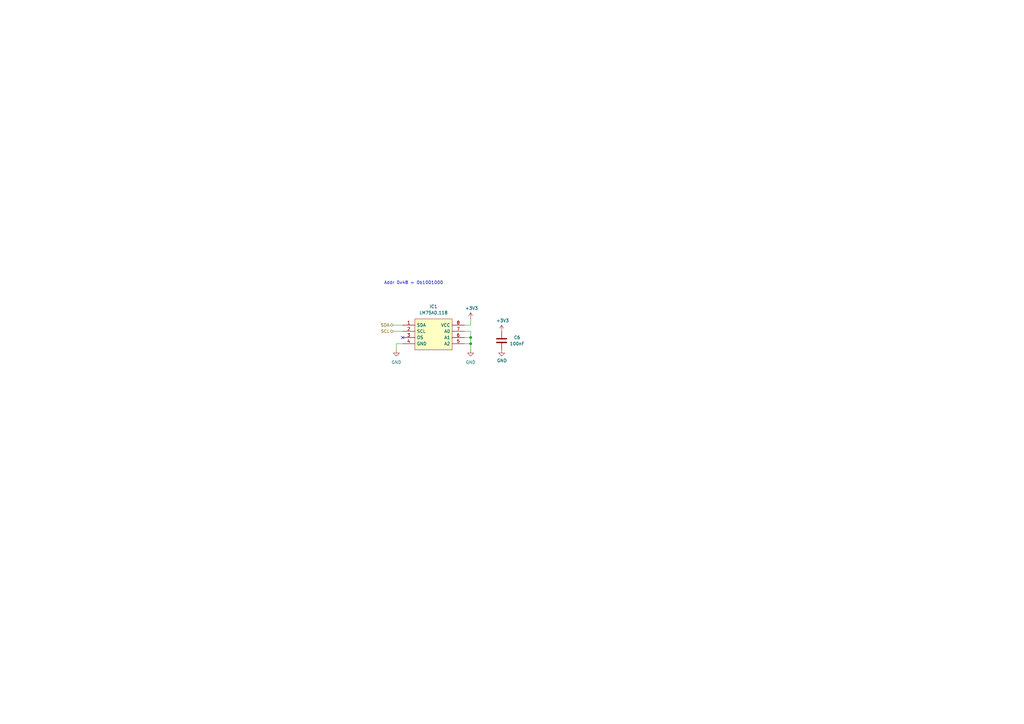
<source format=kicad_sch>
(kicad_sch (version 20211123) (generator eeschema)
  (paper "A3")
  (title_block (title "RTM_Template") (date "2022-09-07") (rev "1.0") (company "Karlsruhe Institute of Technology (KIT)") (comment 1 "Institute for Data Processing and Electronics (IPE)") (comment 2 "Carsten Schmerbeck") (comment 3 "Luis Ardila") (comment 4 "Licensed under CERN-OHL-P v2"))
  (lib_symbols
    (symbol "Device:C" (pin_numbers hide) (pin_names (offset 0.254))
      (property "Reference" "C" (at 0.635 2.54 0))
      (property "Value" "C" (at 0.635 -2.54 0))
      (symbol "C_0_1"
        (polyline (pts (xy -2.032 -0.762) (xy 2.032 -0.762)) (stroke (width 0.508)))
        (polyline (pts (xy -2.032 0.762) (xy 2.032 0.762)) (stroke (width 0.508)))
      )
      (symbol "C_1_1"
        (pin passive line (at 0 3.81 270) (length 2.794) (name "~") (number "1"))
        (pin passive line (at 0 -3.81 90) (length 2.794) (name "~") (number "2"))
      )
    )
    (symbol "KIT_Sensor_Temperature:LM75AD,118" (pin_names (offset 0.762))
      (property "Reference" "IC" (at 21.59 7.62 0))
      (property "Value" "LM75AD,118" (at 21.59 5.08 0))
      (symbol "LM75AD,118_0_0"
        (pin bidirectional line (at 0 0 0) (length 5.08) (name "SDA") (number "1"))
        (pin input line (at 0 -2.54 0) (length 5.08) (name "SCL") (number "2"))
        (pin passive line (at 0 -5.08 0) (length 5.08) (name "OS") (number "3"))
        (pin power_in line (at 0 -7.62 0) (length 5.08) (name "GND") (number "4"))
        (pin passive line (at 25.4 -7.62 180) (length 5.08) (name "A2") (number "5"))
        (pin passive line (at 25.4 -5.08 180) (length 5.08) (name "A1") (number "6"))
        (pin passive line (at 25.4 -2.54 180) (length 5.08) (name "A0") (number "7"))
        (pin power_in line (at 25.4 0 180) (length 5.08) (name "VCC") (number "8"))
      )
      (symbol "LM75AD,118_0_1"
        (polyline (pts (xy 5.08 2.54) (xy 20.32 2.54) (xy 20.32 -10.16) (xy 5.08 -10.16) (xy 5.08 2.54)) (stroke (width 0.1524)) (fill (type background)))
      )
    )
    (symbol "power:+3V3" (power) (pin_names (offset 0))
      (property "Value" "+3V3" (at 0 3.556 0))
      (symbol "+3V3_0_1"
        (polyline (pts (xy -0.762 1.27) (xy 0 2.54)))
        (polyline (pts (xy 0 0) (xy 0 2.54)))
        (polyline (pts (xy 0 2.54) (xy 0.762 1.27)))
      )
      (symbol "+3V3_1_1"
        (pin power_in line (at 0 0 90) (length 0) hide (name "+3V3") (number "1"))
      )
    )
    (symbol "power:GND" (power) (pin_names (offset 0))
      (property "Value" "GND" (at 0 -3.81 0))
      (symbol "GND_0_1"
        (polyline (pts (xy 0 0) (xy 0 -1.27) (xy 1.27 -1.27) (xy 0 -2.54) (xy -1.27 -1.27) (xy 0 -1.27)))
      )
      (symbol "GND_1_1"
        (pin power_in line (at 0 0 270) (length 0) hide (name "GND") (number "1"))
      )
    )
  )
  (junction (at 193.04 138.43))
  (junction (at 193.04 140.97))
  (no_connect (at 165.1 138.43))
  (wire (pts (xy 190.5 138.43) (xy 193.04 138.43)))
  (wire (pts (xy 190.5 133.35) (xy 193.04 133.35)))
  (wire (pts (xy 193.04 135.89) (xy 193.04 138.43)))
  (wire (pts (xy 190.5 140.97) (xy 193.04 140.97)))
  (wire (pts (xy 193.04 140.97) (xy 193.04 143.51)))
  (wire (pts (xy 161.29 133.35) (xy 165.1 133.35)))
  (wire (pts (xy 161.29 135.89) (xy 165.1 135.89)))
  (wire (pts (xy 162.56 140.97) (xy 165.1 140.97)))
  (wire (pts (xy 190.5 135.89) (xy 193.04 135.89)))
  (wire (pts (xy 193.04 138.43) (xy 193.04 140.97)))
  (wire (pts (xy 162.56 143.51) (xy 162.56 140.97)))
  (wire (pts (xy 193.04 133.35) (xy 193.04 130.81)))
  (text "Addr 0x48 = 0b1001000" (at 157.48 116.84 0) (effects (font (size 1.27 1.27)) (justify left bottom)))
  (hierarchical_label "SCL" (shape bidirectional) (at 161.29 135.89 180))
  (hierarchical_label "SDA" (shape bidirectional) (at 161.29 133.35 180))
  (symbol (lib_id "power:+3V3") (at 205.74 135.89 0) (unit 1)
    (property "Reference" "#PWR019" (effects hide))
    (property "Value" "+3V3" (at 206.121 131.4958 0))
  )
  (symbol (lib_id "power:GND") (at 205.74 143.51 0) (unit 1)
    (property "Reference" "#PWR020" (effects hide))
    (property "Value" "GND" (at 205.867 147.9042 0))
  )
  (symbol (lib_id "Device:C") (at 205.74 139.7 0) (mirror y) (unit 1)
    (property "Reference" "C6" (at 212.09 138.43 0))
    (property "Value" "100nF" (at 212.09 140.97 0))
    (property "Footprint" "Capacitor_SMD:C_0402_1005Metric" (effects hide))
    (property "stock" "AVT-IPE" (effects hide))
  )
  (symbol (lib_id "KIT_Sensor_Temperature:LM75AD,118") (at 165.1 133.35 0) (unit 1)
    (property "Reference" "IC1" (at 177.8 125.73 0))
    (property "Value" "LM75AD,118" (at 177.8 128.27 0))
    (property "Footprint" "Package_SO:SO-8_3.9x4.9mm_P1.27mm" (effects hide))
    (property "Datasheet" "http://www.nxp.com/docs/en/data-sheet/LM75A.pdf" (effects hide))
    (property "Description" "Board Mount Temperature Sensors I2C LOCAL +/- 2OC TS" (effects hide))
    (property "Height" "1.75" (effects hide))
    (property "mouser#" "771-LM75AD-T" (effects hide))
    (property "Mouser Price/Stock" "https://www.mouser.co.uk/ProductDetail/NXP-Semiconductors/LM75AD118?qs=LOCUfHb8d9tvtApDiOTqqg%3D%3D" (effects hide))
    (property "Manufacturer_Name" "NXP" (effects hide))
    (property "manuf#" "LM75AD,118" (effects hide))
    (property "manf" "NXP" (effects hide))
    (property "manf#" "LM75AD,118" (effects hide))
  )
  (symbol (lib_id "power:+3V3") (at 193.04 130.81 0) (unit 1)
    (property "Reference" "#PWR017" (effects hide))
    (property "Value" "+3V3" (at 193.421 126.4158 0))
  )
  (symbol (lib_id "power:GND") (at 193.04 143.51 0) (unit 1)
    (property "Reference" "#PWR018" (effects hide))
    (property "Value" "GND" (at 193.04 148.59 0))
  )
  (symbol (lib_id "power:GND") (at 162.56 143.51 0) (unit 1)
    (property "Reference" "#PWR016" (effects hide))
    (property "Value" "GND" (at 162.56 148.59 0))
  )
)
</source>
